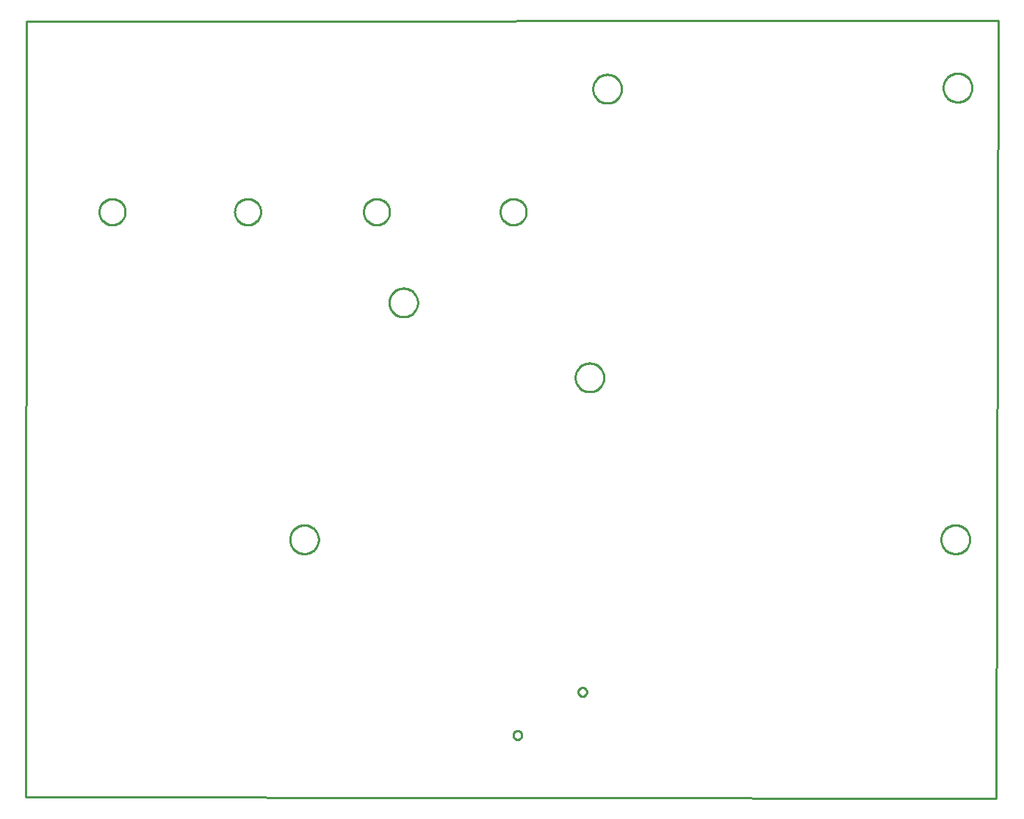
<source format=gbr>
G04 EAGLE Gerber RS-274X export*
G75*
%MOMM*%
%FSLAX34Y34*%
%LPD*%
%IN*%
%IPPOS*%
%AMOC8*
5,1,8,0,0,1.08239X$1,22.5*%
G01*
%ADD10C,0.254000*%


D10*
X1270Y-1270D02*
X1120140Y-2540D01*
X1122680Y894080D01*
X2540Y892810D01*
X1270Y-1270D01*
X562914Y658540D02*
X561846Y658616D01*
X560785Y658769D01*
X559738Y658997D01*
X558710Y659299D01*
X557706Y659673D01*
X556731Y660118D01*
X555791Y660632D01*
X554890Y661211D01*
X554032Y661853D01*
X553222Y662555D01*
X552465Y663312D01*
X551763Y664122D01*
X551121Y664980D01*
X550542Y665881D01*
X550028Y666821D01*
X549583Y667796D01*
X549209Y668800D01*
X548907Y669828D01*
X548679Y670875D01*
X548526Y671936D01*
X548450Y673004D01*
X548450Y674076D01*
X548526Y675144D01*
X548679Y676205D01*
X548907Y677252D01*
X549209Y678280D01*
X549583Y679284D01*
X550028Y680259D01*
X550542Y681199D01*
X551121Y682100D01*
X551763Y682958D01*
X552465Y683768D01*
X553222Y684525D01*
X554032Y685227D01*
X554890Y685869D01*
X555791Y686448D01*
X556731Y686962D01*
X557706Y687407D01*
X558710Y687781D01*
X559738Y688083D01*
X560785Y688311D01*
X561846Y688464D01*
X562914Y688540D01*
X563986Y688540D01*
X565054Y688464D01*
X566115Y688311D01*
X567162Y688083D01*
X568190Y687781D01*
X569194Y687407D01*
X570169Y686962D01*
X571109Y686448D01*
X572010Y685869D01*
X572868Y685227D01*
X573678Y684525D01*
X574435Y683768D01*
X575137Y682958D01*
X575779Y682100D01*
X576358Y681199D01*
X576872Y680259D01*
X577317Y679284D01*
X577691Y678280D01*
X577993Y677252D01*
X578221Y676205D01*
X578374Y675144D01*
X578450Y674076D01*
X578450Y673004D01*
X578374Y671936D01*
X578221Y670875D01*
X577993Y669828D01*
X577691Y668800D01*
X577317Y667796D01*
X576872Y666821D01*
X576358Y665881D01*
X575779Y664980D01*
X575137Y664122D01*
X574435Y663312D01*
X573678Y662555D01*
X572868Y661853D01*
X572010Y661211D01*
X571109Y660632D01*
X570169Y660118D01*
X569194Y659673D01*
X568190Y659299D01*
X567162Y658997D01*
X566115Y658769D01*
X565054Y658616D01*
X563986Y658540D01*
X562914Y658540D01*
X100634Y658540D02*
X99566Y658616D01*
X98505Y658769D01*
X97458Y658997D01*
X96430Y659299D01*
X95426Y659673D01*
X94451Y660118D01*
X93511Y660632D01*
X92610Y661211D01*
X91752Y661853D01*
X90942Y662555D01*
X90185Y663312D01*
X89483Y664122D01*
X88841Y664980D01*
X88262Y665881D01*
X87748Y666821D01*
X87303Y667796D01*
X86929Y668800D01*
X86627Y669828D01*
X86399Y670875D01*
X86246Y671936D01*
X86170Y673004D01*
X86170Y674076D01*
X86246Y675144D01*
X86399Y676205D01*
X86627Y677252D01*
X86929Y678280D01*
X87303Y679284D01*
X87748Y680259D01*
X88262Y681199D01*
X88841Y682100D01*
X89483Y682958D01*
X90185Y683768D01*
X90942Y684525D01*
X91752Y685227D01*
X92610Y685869D01*
X93511Y686448D01*
X94451Y686962D01*
X95426Y687407D01*
X96430Y687781D01*
X97458Y688083D01*
X98505Y688311D01*
X99566Y688464D01*
X100634Y688540D01*
X101706Y688540D01*
X102774Y688464D01*
X103835Y688311D01*
X104882Y688083D01*
X105910Y687781D01*
X106914Y687407D01*
X107889Y686962D01*
X108829Y686448D01*
X109730Y685869D01*
X110588Y685227D01*
X111398Y684525D01*
X112155Y683768D01*
X112857Y682958D01*
X113499Y682100D01*
X114078Y681199D01*
X114592Y680259D01*
X115037Y679284D01*
X115411Y678280D01*
X115713Y677252D01*
X115941Y676205D01*
X116094Y675144D01*
X116170Y674076D01*
X116170Y673004D01*
X116094Y671936D01*
X115941Y670875D01*
X115713Y669828D01*
X115411Y668800D01*
X115037Y667796D01*
X114592Y666821D01*
X114078Y665881D01*
X113499Y664980D01*
X112857Y664122D01*
X112155Y663312D01*
X111398Y662555D01*
X110588Y661853D01*
X109730Y661211D01*
X108829Y660632D01*
X107889Y660118D01*
X106914Y659673D01*
X105910Y659299D01*
X104882Y658997D01*
X103835Y658769D01*
X102774Y658616D01*
X101706Y658540D01*
X100634Y658540D01*
X405434Y658540D02*
X404366Y658616D01*
X403305Y658769D01*
X402258Y658997D01*
X401230Y659299D01*
X400226Y659673D01*
X399251Y660118D01*
X398311Y660632D01*
X397410Y661211D01*
X396552Y661853D01*
X395742Y662555D01*
X394985Y663312D01*
X394283Y664122D01*
X393641Y664980D01*
X393062Y665881D01*
X392548Y666821D01*
X392103Y667796D01*
X391729Y668800D01*
X391427Y669828D01*
X391199Y670875D01*
X391046Y671936D01*
X390970Y673004D01*
X390970Y674076D01*
X391046Y675144D01*
X391199Y676205D01*
X391427Y677252D01*
X391729Y678280D01*
X392103Y679284D01*
X392548Y680259D01*
X393062Y681199D01*
X393641Y682100D01*
X394283Y682958D01*
X394985Y683768D01*
X395742Y684525D01*
X396552Y685227D01*
X397410Y685869D01*
X398311Y686448D01*
X399251Y686962D01*
X400226Y687407D01*
X401230Y687781D01*
X402258Y688083D01*
X403305Y688311D01*
X404366Y688464D01*
X405434Y688540D01*
X406506Y688540D01*
X407574Y688464D01*
X408635Y688311D01*
X409682Y688083D01*
X410710Y687781D01*
X411714Y687407D01*
X412689Y686962D01*
X413629Y686448D01*
X414530Y685869D01*
X415388Y685227D01*
X416198Y684525D01*
X416955Y683768D01*
X417657Y682958D01*
X418299Y682100D01*
X418878Y681199D01*
X419392Y680259D01*
X419837Y679284D01*
X420211Y678280D01*
X420513Y677252D01*
X420741Y676205D01*
X420894Y675144D01*
X420970Y674076D01*
X420970Y673004D01*
X420894Y671936D01*
X420741Y670875D01*
X420513Y669828D01*
X420211Y668800D01*
X419837Y667796D01*
X419392Y666821D01*
X418878Y665881D01*
X418299Y664980D01*
X417657Y664122D01*
X416955Y663312D01*
X416198Y662555D01*
X415388Y661853D01*
X414530Y661211D01*
X413629Y660632D01*
X412689Y660118D01*
X411714Y659673D01*
X410710Y659299D01*
X409682Y658997D01*
X408635Y658769D01*
X407574Y658616D01*
X406506Y658540D01*
X405434Y658540D01*
X256844Y658540D02*
X255776Y658616D01*
X254715Y658769D01*
X253668Y658997D01*
X252640Y659299D01*
X251636Y659673D01*
X250661Y660118D01*
X249721Y660632D01*
X248820Y661211D01*
X247962Y661853D01*
X247152Y662555D01*
X246395Y663312D01*
X245693Y664122D01*
X245051Y664980D01*
X244472Y665881D01*
X243958Y666821D01*
X243513Y667796D01*
X243139Y668800D01*
X242837Y669828D01*
X242609Y670875D01*
X242456Y671936D01*
X242380Y673004D01*
X242380Y674076D01*
X242456Y675144D01*
X242609Y676205D01*
X242837Y677252D01*
X243139Y678280D01*
X243513Y679284D01*
X243958Y680259D01*
X244472Y681199D01*
X245051Y682100D01*
X245693Y682958D01*
X246395Y683768D01*
X247152Y684525D01*
X247962Y685227D01*
X248820Y685869D01*
X249721Y686448D01*
X250661Y686962D01*
X251636Y687407D01*
X252640Y687781D01*
X253668Y688083D01*
X254715Y688311D01*
X255776Y688464D01*
X256844Y688540D01*
X257916Y688540D01*
X258984Y688464D01*
X260045Y688311D01*
X261092Y688083D01*
X262120Y687781D01*
X263124Y687407D01*
X264099Y686962D01*
X265039Y686448D01*
X265940Y685869D01*
X266798Y685227D01*
X267608Y684525D01*
X268365Y683768D01*
X269067Y682958D01*
X269709Y682100D01*
X270288Y681199D01*
X270802Y680259D01*
X271247Y679284D01*
X271621Y678280D01*
X271923Y677252D01*
X272151Y676205D01*
X272304Y675144D01*
X272380Y674076D01*
X272380Y673004D01*
X272304Y671936D01*
X272151Y670875D01*
X271923Y669828D01*
X271621Y668800D01*
X271247Y667796D01*
X270802Y666821D01*
X270288Y665881D01*
X269709Y664980D01*
X269067Y664122D01*
X268365Y663312D01*
X267608Y662555D01*
X266798Y661853D01*
X265940Y661211D01*
X265039Y660632D01*
X264099Y660118D01*
X263124Y659673D01*
X262120Y659299D01*
X261092Y658997D01*
X260045Y658769D01*
X258984Y658616D01*
X257916Y658540D01*
X256844Y658540D01*
X573325Y70077D02*
X573262Y69519D01*
X573137Y68972D01*
X572952Y68442D01*
X572708Y67936D01*
X572409Y67460D01*
X572059Y67021D01*
X571662Y66624D01*
X571223Y66274D01*
X570747Y65975D01*
X570241Y65731D01*
X569711Y65546D01*
X569164Y65421D01*
X568606Y65358D01*
X568044Y65358D01*
X567486Y65421D01*
X566939Y65546D01*
X566409Y65731D01*
X565903Y65975D01*
X565427Y66274D01*
X564988Y66624D01*
X564591Y67021D01*
X564241Y67460D01*
X563942Y67936D01*
X563698Y68442D01*
X563513Y68972D01*
X563388Y69519D01*
X563325Y70077D01*
X563325Y70639D01*
X563388Y71197D01*
X563513Y71744D01*
X563698Y72274D01*
X563942Y72780D01*
X564241Y73256D01*
X564591Y73695D01*
X564988Y74092D01*
X565427Y74442D01*
X565903Y74741D01*
X566409Y74985D01*
X566939Y75170D01*
X567486Y75295D01*
X568044Y75358D01*
X568606Y75358D01*
X569164Y75295D01*
X569711Y75170D01*
X570241Y74985D01*
X570747Y74741D01*
X571223Y74442D01*
X571662Y74092D01*
X572059Y73695D01*
X572409Y73256D01*
X572708Y72780D01*
X572952Y72274D01*
X573137Y71744D01*
X573262Y71197D01*
X573325Y70639D01*
X573325Y70077D01*
X648255Y119861D02*
X648192Y119303D01*
X648067Y118756D01*
X647882Y118226D01*
X647638Y117720D01*
X647339Y117244D01*
X646989Y116805D01*
X646592Y116408D01*
X646153Y116058D01*
X645677Y115759D01*
X645171Y115515D01*
X644641Y115330D01*
X644094Y115205D01*
X643536Y115142D01*
X642974Y115142D01*
X642416Y115205D01*
X641869Y115330D01*
X641339Y115515D01*
X640833Y115759D01*
X640357Y116058D01*
X639918Y116408D01*
X639521Y116805D01*
X639171Y117244D01*
X638872Y117720D01*
X638628Y118226D01*
X638443Y118756D01*
X638318Y119303D01*
X638255Y119861D01*
X638255Y120423D01*
X638318Y120981D01*
X638443Y121528D01*
X638628Y122058D01*
X638872Y122564D01*
X639171Y123040D01*
X639521Y123479D01*
X639918Y123876D01*
X640357Y124226D01*
X640833Y124525D01*
X641339Y124769D01*
X641869Y124954D01*
X642416Y125079D01*
X642974Y125142D01*
X643536Y125142D01*
X644094Y125079D01*
X644641Y124954D01*
X645171Y124769D01*
X645677Y124525D01*
X646153Y124226D01*
X646592Y123876D01*
X646989Y123479D01*
X647339Y123040D01*
X647638Y122564D01*
X647882Y122058D01*
X648067Y121528D01*
X648192Y120981D01*
X648255Y120423D01*
X648255Y119861D01*
X339090Y295370D02*
X339019Y294291D01*
X338878Y293219D01*
X338667Y292159D01*
X338388Y291115D01*
X338040Y290091D01*
X337626Y289093D01*
X337148Y288123D01*
X336608Y287187D01*
X336007Y286288D01*
X335349Y285431D01*
X334637Y284618D01*
X333872Y283854D01*
X333059Y283141D01*
X332202Y282483D01*
X331303Y281882D01*
X330367Y281342D01*
X329397Y280864D01*
X328399Y280450D01*
X327375Y280102D01*
X326331Y279823D01*
X325271Y279612D01*
X324199Y279471D01*
X323120Y279400D01*
X322040Y279400D01*
X320961Y279471D01*
X319889Y279612D01*
X318829Y279823D01*
X317785Y280102D01*
X316761Y280450D01*
X315763Y280864D01*
X314793Y281342D01*
X313857Y281882D01*
X312958Y282483D01*
X312101Y283141D01*
X311288Y283854D01*
X310524Y284618D01*
X309811Y285431D01*
X309153Y286288D01*
X308552Y287187D01*
X308012Y288123D01*
X307534Y289093D01*
X307120Y290091D01*
X306772Y291115D01*
X306493Y292159D01*
X306282Y293219D01*
X306141Y294291D01*
X306070Y295370D01*
X306070Y296450D01*
X306141Y297529D01*
X306282Y298601D01*
X306493Y299661D01*
X306772Y300705D01*
X307120Y301729D01*
X307534Y302727D01*
X308012Y303697D01*
X308552Y304633D01*
X309153Y305532D01*
X309811Y306389D01*
X310524Y307202D01*
X311288Y307967D01*
X312101Y308679D01*
X312958Y309337D01*
X313857Y309938D01*
X314793Y310478D01*
X315763Y310956D01*
X316761Y311370D01*
X317785Y311718D01*
X318829Y311997D01*
X319889Y312208D01*
X320961Y312349D01*
X322040Y312420D01*
X323120Y312420D01*
X324199Y312349D01*
X325271Y312208D01*
X326331Y311997D01*
X327375Y311718D01*
X328399Y311370D01*
X329397Y310956D01*
X330367Y310478D01*
X331303Y309938D01*
X332202Y309337D01*
X333059Y308679D01*
X333872Y307967D01*
X334637Y307202D01*
X335349Y306389D01*
X336007Y305532D01*
X336608Y304633D01*
X337148Y303697D01*
X337626Y302727D01*
X338040Y301729D01*
X338388Y300705D01*
X338667Y299661D01*
X338878Y298601D01*
X339019Y297529D01*
X339090Y296450D01*
X339090Y295370D01*
X1092200Y816070D02*
X1092129Y814991D01*
X1091988Y813919D01*
X1091777Y812859D01*
X1091498Y811815D01*
X1091150Y810791D01*
X1090736Y809793D01*
X1090258Y808823D01*
X1089718Y807887D01*
X1089117Y806988D01*
X1088459Y806131D01*
X1087747Y805318D01*
X1086982Y804554D01*
X1086169Y803841D01*
X1085312Y803183D01*
X1084413Y802582D01*
X1083477Y802042D01*
X1082507Y801564D01*
X1081509Y801150D01*
X1080485Y800802D01*
X1079441Y800523D01*
X1078381Y800312D01*
X1077309Y800171D01*
X1076230Y800100D01*
X1075150Y800100D01*
X1074071Y800171D01*
X1072999Y800312D01*
X1071939Y800523D01*
X1070895Y800802D01*
X1069871Y801150D01*
X1068873Y801564D01*
X1067903Y802042D01*
X1066967Y802582D01*
X1066068Y803183D01*
X1065211Y803841D01*
X1064398Y804554D01*
X1063634Y805318D01*
X1062921Y806131D01*
X1062263Y806988D01*
X1061662Y807887D01*
X1061122Y808823D01*
X1060644Y809793D01*
X1060230Y810791D01*
X1059882Y811815D01*
X1059603Y812859D01*
X1059392Y813919D01*
X1059251Y814991D01*
X1059180Y816070D01*
X1059180Y817150D01*
X1059251Y818229D01*
X1059392Y819301D01*
X1059603Y820361D01*
X1059882Y821405D01*
X1060230Y822429D01*
X1060644Y823427D01*
X1061122Y824397D01*
X1061662Y825333D01*
X1062263Y826232D01*
X1062921Y827089D01*
X1063634Y827902D01*
X1064398Y828667D01*
X1065211Y829379D01*
X1066068Y830037D01*
X1066967Y830638D01*
X1067903Y831178D01*
X1068873Y831656D01*
X1069871Y832070D01*
X1070895Y832418D01*
X1071939Y832697D01*
X1072999Y832908D01*
X1074071Y833049D01*
X1075150Y833120D01*
X1076230Y833120D01*
X1077309Y833049D01*
X1078381Y832908D01*
X1079441Y832697D01*
X1080485Y832418D01*
X1081509Y832070D01*
X1082507Y831656D01*
X1083477Y831178D01*
X1084413Y830638D01*
X1085312Y830037D01*
X1086169Y829379D01*
X1086982Y828667D01*
X1087747Y827902D01*
X1088459Y827089D01*
X1089117Y826232D01*
X1089718Y825333D01*
X1090258Y824397D01*
X1090736Y823427D01*
X1091150Y822429D01*
X1091498Y821405D01*
X1091777Y820361D01*
X1091988Y819301D01*
X1092129Y818229D01*
X1092200Y817150D01*
X1092200Y816070D01*
X1089660Y295370D02*
X1089589Y294291D01*
X1089448Y293219D01*
X1089237Y292159D01*
X1088958Y291115D01*
X1088610Y290091D01*
X1088196Y289093D01*
X1087718Y288123D01*
X1087178Y287187D01*
X1086577Y286288D01*
X1085919Y285431D01*
X1085207Y284618D01*
X1084442Y283854D01*
X1083629Y283141D01*
X1082772Y282483D01*
X1081873Y281882D01*
X1080937Y281342D01*
X1079967Y280864D01*
X1078969Y280450D01*
X1077945Y280102D01*
X1076901Y279823D01*
X1075841Y279612D01*
X1074769Y279471D01*
X1073690Y279400D01*
X1072610Y279400D01*
X1071531Y279471D01*
X1070459Y279612D01*
X1069399Y279823D01*
X1068355Y280102D01*
X1067331Y280450D01*
X1066333Y280864D01*
X1065363Y281342D01*
X1064427Y281882D01*
X1063528Y282483D01*
X1062671Y283141D01*
X1061858Y283854D01*
X1061094Y284618D01*
X1060381Y285431D01*
X1059723Y286288D01*
X1059122Y287187D01*
X1058582Y288123D01*
X1058104Y289093D01*
X1057690Y290091D01*
X1057342Y291115D01*
X1057063Y292159D01*
X1056852Y293219D01*
X1056711Y294291D01*
X1056640Y295370D01*
X1056640Y296450D01*
X1056711Y297529D01*
X1056852Y298601D01*
X1057063Y299661D01*
X1057342Y300705D01*
X1057690Y301729D01*
X1058104Y302727D01*
X1058582Y303697D01*
X1059122Y304633D01*
X1059723Y305532D01*
X1060381Y306389D01*
X1061094Y307202D01*
X1061858Y307967D01*
X1062671Y308679D01*
X1063528Y309337D01*
X1064427Y309938D01*
X1065363Y310478D01*
X1066333Y310956D01*
X1067331Y311370D01*
X1068355Y311718D01*
X1069399Y311997D01*
X1070459Y312208D01*
X1071531Y312349D01*
X1072610Y312420D01*
X1073690Y312420D01*
X1074769Y312349D01*
X1075841Y312208D01*
X1076901Y311997D01*
X1077945Y311718D01*
X1078969Y311370D01*
X1079967Y310956D01*
X1080937Y310478D01*
X1081873Y309938D01*
X1082772Y309337D01*
X1083629Y308679D01*
X1084442Y307967D01*
X1085207Y307202D01*
X1085919Y306389D01*
X1086577Y305532D01*
X1087178Y304633D01*
X1087718Y303697D01*
X1088196Y302727D01*
X1088610Y301729D01*
X1088958Y300705D01*
X1089237Y299661D01*
X1089448Y298601D01*
X1089589Y297529D01*
X1089660Y296450D01*
X1089660Y295370D01*
X453390Y568420D02*
X453319Y567341D01*
X453178Y566269D01*
X452967Y565209D01*
X452688Y564165D01*
X452340Y563141D01*
X451926Y562143D01*
X451448Y561173D01*
X450908Y560237D01*
X450307Y559338D01*
X449649Y558481D01*
X448937Y557668D01*
X448172Y556904D01*
X447359Y556191D01*
X446502Y555533D01*
X445603Y554932D01*
X444667Y554392D01*
X443697Y553914D01*
X442699Y553500D01*
X441675Y553152D01*
X440631Y552873D01*
X439571Y552662D01*
X438499Y552521D01*
X437420Y552450D01*
X436340Y552450D01*
X435261Y552521D01*
X434189Y552662D01*
X433129Y552873D01*
X432085Y553152D01*
X431061Y553500D01*
X430063Y553914D01*
X429093Y554392D01*
X428157Y554932D01*
X427258Y555533D01*
X426401Y556191D01*
X425588Y556904D01*
X424824Y557668D01*
X424111Y558481D01*
X423453Y559338D01*
X422852Y560237D01*
X422312Y561173D01*
X421834Y562143D01*
X421420Y563141D01*
X421072Y564165D01*
X420793Y565209D01*
X420582Y566269D01*
X420441Y567341D01*
X420370Y568420D01*
X420370Y569500D01*
X420441Y570579D01*
X420582Y571651D01*
X420793Y572711D01*
X421072Y573755D01*
X421420Y574779D01*
X421834Y575777D01*
X422312Y576747D01*
X422852Y577683D01*
X423453Y578582D01*
X424111Y579439D01*
X424824Y580252D01*
X425588Y581017D01*
X426401Y581729D01*
X427258Y582387D01*
X428157Y582988D01*
X429093Y583528D01*
X430063Y584006D01*
X431061Y584420D01*
X432085Y584768D01*
X433129Y585047D01*
X434189Y585258D01*
X435261Y585399D01*
X436340Y585470D01*
X437420Y585470D01*
X438499Y585399D01*
X439571Y585258D01*
X440631Y585047D01*
X441675Y584768D01*
X442699Y584420D01*
X443697Y584006D01*
X444667Y583528D01*
X445603Y582988D01*
X446502Y582387D01*
X447359Y581729D01*
X448172Y581017D01*
X448937Y580252D01*
X449649Y579439D01*
X450307Y578582D01*
X450908Y577683D01*
X451448Y576747D01*
X451926Y575777D01*
X452340Y574779D01*
X452688Y573755D01*
X452967Y572711D01*
X453178Y571651D01*
X453319Y570579D01*
X453390Y569500D01*
X453390Y568420D01*
X688340Y814800D02*
X688269Y813721D01*
X688128Y812649D01*
X687917Y811589D01*
X687638Y810545D01*
X687290Y809521D01*
X686876Y808523D01*
X686398Y807553D01*
X685858Y806617D01*
X685257Y805718D01*
X684599Y804861D01*
X683887Y804048D01*
X683122Y803284D01*
X682309Y802571D01*
X681452Y801913D01*
X680553Y801312D01*
X679617Y800772D01*
X678647Y800294D01*
X677649Y799880D01*
X676625Y799532D01*
X675581Y799253D01*
X674521Y799042D01*
X673449Y798901D01*
X672370Y798830D01*
X671290Y798830D01*
X670211Y798901D01*
X669139Y799042D01*
X668079Y799253D01*
X667035Y799532D01*
X666011Y799880D01*
X665013Y800294D01*
X664043Y800772D01*
X663107Y801312D01*
X662208Y801913D01*
X661351Y802571D01*
X660538Y803284D01*
X659774Y804048D01*
X659061Y804861D01*
X658403Y805718D01*
X657802Y806617D01*
X657262Y807553D01*
X656784Y808523D01*
X656370Y809521D01*
X656022Y810545D01*
X655743Y811589D01*
X655532Y812649D01*
X655391Y813721D01*
X655320Y814800D01*
X655320Y815880D01*
X655391Y816959D01*
X655532Y818031D01*
X655743Y819091D01*
X656022Y820135D01*
X656370Y821159D01*
X656784Y822157D01*
X657262Y823127D01*
X657802Y824063D01*
X658403Y824962D01*
X659061Y825819D01*
X659774Y826632D01*
X660538Y827397D01*
X661351Y828109D01*
X662208Y828767D01*
X663107Y829368D01*
X664043Y829908D01*
X665013Y830386D01*
X666011Y830800D01*
X667035Y831148D01*
X668079Y831427D01*
X669139Y831638D01*
X670211Y831779D01*
X671290Y831850D01*
X672370Y831850D01*
X673449Y831779D01*
X674521Y831638D01*
X675581Y831427D01*
X676625Y831148D01*
X677649Y830800D01*
X678647Y830386D01*
X679617Y829908D01*
X680553Y829368D01*
X681452Y828767D01*
X682309Y828109D01*
X683122Y827397D01*
X683887Y826632D01*
X684599Y825819D01*
X685257Y824962D01*
X685858Y824063D01*
X686398Y823127D01*
X686876Y822157D01*
X687290Y821159D01*
X687638Y820135D01*
X687917Y819091D01*
X688128Y818031D01*
X688269Y816959D01*
X688340Y815880D01*
X688340Y814800D01*
X668020Y482060D02*
X667949Y480981D01*
X667808Y479909D01*
X667597Y478849D01*
X667318Y477805D01*
X666970Y476781D01*
X666556Y475783D01*
X666078Y474813D01*
X665538Y473877D01*
X664937Y472978D01*
X664279Y472121D01*
X663567Y471308D01*
X662802Y470544D01*
X661989Y469831D01*
X661132Y469173D01*
X660233Y468572D01*
X659297Y468032D01*
X658327Y467554D01*
X657329Y467140D01*
X656305Y466792D01*
X655261Y466513D01*
X654201Y466302D01*
X653129Y466161D01*
X652050Y466090D01*
X650970Y466090D01*
X649891Y466161D01*
X648819Y466302D01*
X647759Y466513D01*
X646715Y466792D01*
X645691Y467140D01*
X644693Y467554D01*
X643723Y468032D01*
X642787Y468572D01*
X641888Y469173D01*
X641031Y469831D01*
X640218Y470544D01*
X639454Y471308D01*
X638741Y472121D01*
X638083Y472978D01*
X637482Y473877D01*
X636942Y474813D01*
X636464Y475783D01*
X636050Y476781D01*
X635702Y477805D01*
X635423Y478849D01*
X635212Y479909D01*
X635071Y480981D01*
X635000Y482060D01*
X635000Y483140D01*
X635071Y484219D01*
X635212Y485291D01*
X635423Y486351D01*
X635702Y487395D01*
X636050Y488419D01*
X636464Y489417D01*
X636942Y490387D01*
X637482Y491323D01*
X638083Y492222D01*
X638741Y493079D01*
X639454Y493892D01*
X640218Y494657D01*
X641031Y495369D01*
X641888Y496027D01*
X642787Y496628D01*
X643723Y497168D01*
X644693Y497646D01*
X645691Y498060D01*
X646715Y498408D01*
X647759Y498687D01*
X648819Y498898D01*
X649891Y499039D01*
X650970Y499110D01*
X652050Y499110D01*
X653129Y499039D01*
X654201Y498898D01*
X655261Y498687D01*
X656305Y498408D01*
X657329Y498060D01*
X658327Y497646D01*
X659297Y497168D01*
X660233Y496628D01*
X661132Y496027D01*
X661989Y495369D01*
X662802Y494657D01*
X663567Y493892D01*
X664279Y493079D01*
X664937Y492222D01*
X665538Y491323D01*
X666078Y490387D01*
X666556Y489417D01*
X666970Y488419D01*
X667318Y487395D01*
X667597Y486351D01*
X667808Y485291D01*
X667949Y484219D01*
X668020Y483140D01*
X668020Y482060D01*
M02*

</source>
